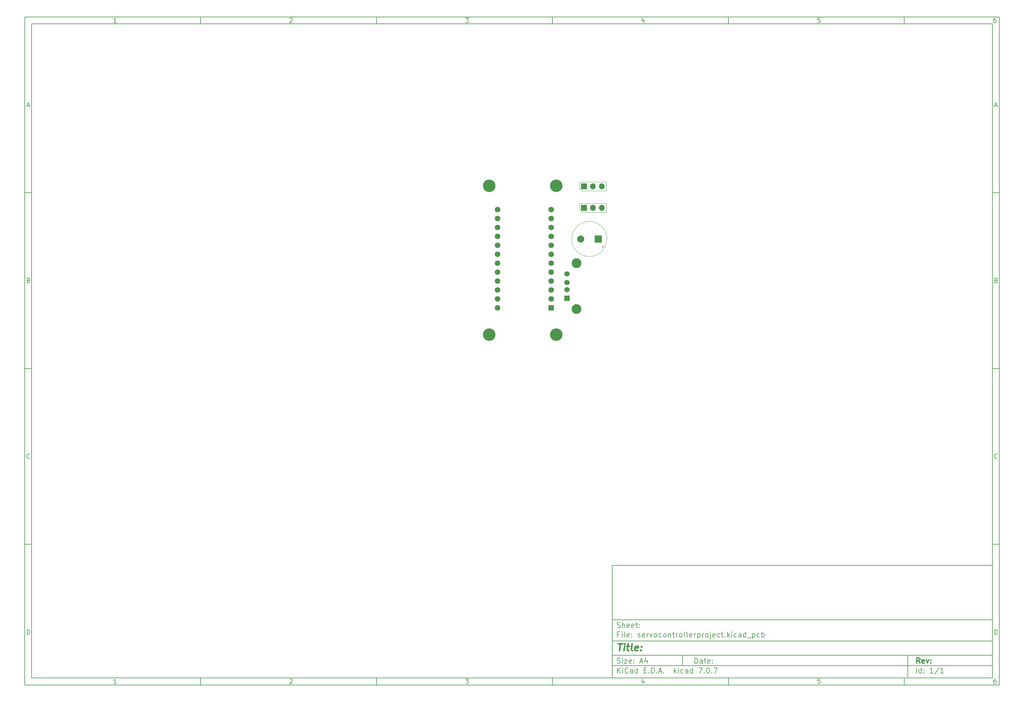
<source format=gbr>
%TF.GenerationSoftware,KiCad,Pcbnew,7.0.7*%
%TF.CreationDate,2024-02-01T17:54:51-08:00*%
%TF.ProjectId,servocontrollerproject,73657276-6f63-46f6-9e74-726f6c6c6572,rev?*%
%TF.SameCoordinates,Original*%
%TF.FileFunction,Soldermask,Bot*%
%TF.FilePolarity,Negative*%
%FSLAX46Y46*%
G04 Gerber Fmt 4.6, Leading zero omitted, Abs format (unit mm)*
G04 Created by KiCad (PCBNEW 7.0.7) date 2024-02-01 17:54:51*
%MOMM*%
%LPD*%
G01*
G04 APERTURE LIST*
%ADD10C,0.100000*%
%ADD11C,0.150000*%
%ADD12C,0.300000*%
%ADD13C,0.400000*%
%ADD14C,3.560000*%
%ADD15R,1.700000X1.700000*%
%ADD16O,1.700000X1.700000*%
%ADD17R,2.000000X2.000000*%
%ADD18C,2.000000*%
%ADD19R,1.524000X1.524000*%
%ADD20C,1.524000*%
%ADD21C,2.800000*%
%ADD22R,1.600000X1.600000*%
%ADD23C,1.600000*%
G04 APERTURE END LIST*
D10*
D11*
X177002200Y-166007200D02*
X285002200Y-166007200D01*
X285002200Y-198007200D01*
X177002200Y-198007200D01*
X177002200Y-166007200D01*
D10*
D11*
X10000000Y-10000000D02*
X287002200Y-10000000D01*
X287002200Y-200007200D01*
X10000000Y-200007200D01*
X10000000Y-10000000D01*
D10*
D11*
X12000000Y-12000000D02*
X285002200Y-12000000D01*
X285002200Y-198007200D01*
X12000000Y-198007200D01*
X12000000Y-12000000D01*
D10*
D11*
X60000000Y-12000000D02*
X60000000Y-10000000D01*
D10*
D11*
X110000000Y-12000000D02*
X110000000Y-10000000D01*
D10*
D11*
X160000000Y-12000000D02*
X160000000Y-10000000D01*
D10*
D11*
X210000000Y-12000000D02*
X210000000Y-10000000D01*
D10*
D11*
X260000000Y-12000000D02*
X260000000Y-10000000D01*
D10*
D11*
X36089160Y-11593604D02*
X35346303Y-11593604D01*
X35717731Y-11593604D02*
X35717731Y-10293604D01*
X35717731Y-10293604D02*
X35593922Y-10479319D01*
X35593922Y-10479319D02*
X35470112Y-10603128D01*
X35470112Y-10603128D02*
X35346303Y-10665033D01*
D10*
D11*
X85346303Y-10417414D02*
X85408207Y-10355509D01*
X85408207Y-10355509D02*
X85532017Y-10293604D01*
X85532017Y-10293604D02*
X85841541Y-10293604D01*
X85841541Y-10293604D02*
X85965350Y-10355509D01*
X85965350Y-10355509D02*
X86027255Y-10417414D01*
X86027255Y-10417414D02*
X86089160Y-10541223D01*
X86089160Y-10541223D02*
X86089160Y-10665033D01*
X86089160Y-10665033D02*
X86027255Y-10850747D01*
X86027255Y-10850747D02*
X85284398Y-11593604D01*
X85284398Y-11593604D02*
X86089160Y-11593604D01*
D10*
D11*
X135284398Y-10293604D02*
X136089160Y-10293604D01*
X136089160Y-10293604D02*
X135655826Y-10788842D01*
X135655826Y-10788842D02*
X135841541Y-10788842D01*
X135841541Y-10788842D02*
X135965350Y-10850747D01*
X135965350Y-10850747D02*
X136027255Y-10912652D01*
X136027255Y-10912652D02*
X136089160Y-11036461D01*
X136089160Y-11036461D02*
X136089160Y-11345985D01*
X136089160Y-11345985D02*
X136027255Y-11469795D01*
X136027255Y-11469795D02*
X135965350Y-11531700D01*
X135965350Y-11531700D02*
X135841541Y-11593604D01*
X135841541Y-11593604D02*
X135470112Y-11593604D01*
X135470112Y-11593604D02*
X135346303Y-11531700D01*
X135346303Y-11531700D02*
X135284398Y-11469795D01*
D10*
D11*
X185965350Y-10726938D02*
X185965350Y-11593604D01*
X185655826Y-10231700D02*
X185346303Y-11160271D01*
X185346303Y-11160271D02*
X186151064Y-11160271D01*
D10*
D11*
X236027255Y-10293604D02*
X235408207Y-10293604D01*
X235408207Y-10293604D02*
X235346303Y-10912652D01*
X235346303Y-10912652D02*
X235408207Y-10850747D01*
X235408207Y-10850747D02*
X235532017Y-10788842D01*
X235532017Y-10788842D02*
X235841541Y-10788842D01*
X235841541Y-10788842D02*
X235965350Y-10850747D01*
X235965350Y-10850747D02*
X236027255Y-10912652D01*
X236027255Y-10912652D02*
X236089160Y-11036461D01*
X236089160Y-11036461D02*
X236089160Y-11345985D01*
X236089160Y-11345985D02*
X236027255Y-11469795D01*
X236027255Y-11469795D02*
X235965350Y-11531700D01*
X235965350Y-11531700D02*
X235841541Y-11593604D01*
X235841541Y-11593604D02*
X235532017Y-11593604D01*
X235532017Y-11593604D02*
X235408207Y-11531700D01*
X235408207Y-11531700D02*
X235346303Y-11469795D01*
D10*
D11*
X285965350Y-10293604D02*
X285717731Y-10293604D01*
X285717731Y-10293604D02*
X285593922Y-10355509D01*
X285593922Y-10355509D02*
X285532017Y-10417414D01*
X285532017Y-10417414D02*
X285408207Y-10603128D01*
X285408207Y-10603128D02*
X285346303Y-10850747D01*
X285346303Y-10850747D02*
X285346303Y-11345985D01*
X285346303Y-11345985D02*
X285408207Y-11469795D01*
X285408207Y-11469795D02*
X285470112Y-11531700D01*
X285470112Y-11531700D02*
X285593922Y-11593604D01*
X285593922Y-11593604D02*
X285841541Y-11593604D01*
X285841541Y-11593604D02*
X285965350Y-11531700D01*
X285965350Y-11531700D02*
X286027255Y-11469795D01*
X286027255Y-11469795D02*
X286089160Y-11345985D01*
X286089160Y-11345985D02*
X286089160Y-11036461D01*
X286089160Y-11036461D02*
X286027255Y-10912652D01*
X286027255Y-10912652D02*
X285965350Y-10850747D01*
X285965350Y-10850747D02*
X285841541Y-10788842D01*
X285841541Y-10788842D02*
X285593922Y-10788842D01*
X285593922Y-10788842D02*
X285470112Y-10850747D01*
X285470112Y-10850747D02*
X285408207Y-10912652D01*
X285408207Y-10912652D02*
X285346303Y-11036461D01*
D10*
D11*
X60000000Y-198007200D02*
X60000000Y-200007200D01*
D10*
D11*
X110000000Y-198007200D02*
X110000000Y-200007200D01*
D10*
D11*
X160000000Y-198007200D02*
X160000000Y-200007200D01*
D10*
D11*
X210000000Y-198007200D02*
X210000000Y-200007200D01*
D10*
D11*
X260000000Y-198007200D02*
X260000000Y-200007200D01*
D10*
D11*
X36089160Y-199600804D02*
X35346303Y-199600804D01*
X35717731Y-199600804D02*
X35717731Y-198300804D01*
X35717731Y-198300804D02*
X35593922Y-198486519D01*
X35593922Y-198486519D02*
X35470112Y-198610328D01*
X35470112Y-198610328D02*
X35346303Y-198672233D01*
D10*
D11*
X85346303Y-198424614D02*
X85408207Y-198362709D01*
X85408207Y-198362709D02*
X85532017Y-198300804D01*
X85532017Y-198300804D02*
X85841541Y-198300804D01*
X85841541Y-198300804D02*
X85965350Y-198362709D01*
X85965350Y-198362709D02*
X86027255Y-198424614D01*
X86027255Y-198424614D02*
X86089160Y-198548423D01*
X86089160Y-198548423D02*
X86089160Y-198672233D01*
X86089160Y-198672233D02*
X86027255Y-198857947D01*
X86027255Y-198857947D02*
X85284398Y-199600804D01*
X85284398Y-199600804D02*
X86089160Y-199600804D01*
D10*
D11*
X135284398Y-198300804D02*
X136089160Y-198300804D01*
X136089160Y-198300804D02*
X135655826Y-198796042D01*
X135655826Y-198796042D02*
X135841541Y-198796042D01*
X135841541Y-198796042D02*
X135965350Y-198857947D01*
X135965350Y-198857947D02*
X136027255Y-198919852D01*
X136027255Y-198919852D02*
X136089160Y-199043661D01*
X136089160Y-199043661D02*
X136089160Y-199353185D01*
X136089160Y-199353185D02*
X136027255Y-199476995D01*
X136027255Y-199476995D02*
X135965350Y-199538900D01*
X135965350Y-199538900D02*
X135841541Y-199600804D01*
X135841541Y-199600804D02*
X135470112Y-199600804D01*
X135470112Y-199600804D02*
X135346303Y-199538900D01*
X135346303Y-199538900D02*
X135284398Y-199476995D01*
D10*
D11*
X185965350Y-198734138D02*
X185965350Y-199600804D01*
X185655826Y-198238900D02*
X185346303Y-199167471D01*
X185346303Y-199167471D02*
X186151064Y-199167471D01*
D10*
D11*
X236027255Y-198300804D02*
X235408207Y-198300804D01*
X235408207Y-198300804D02*
X235346303Y-198919852D01*
X235346303Y-198919852D02*
X235408207Y-198857947D01*
X235408207Y-198857947D02*
X235532017Y-198796042D01*
X235532017Y-198796042D02*
X235841541Y-198796042D01*
X235841541Y-198796042D02*
X235965350Y-198857947D01*
X235965350Y-198857947D02*
X236027255Y-198919852D01*
X236027255Y-198919852D02*
X236089160Y-199043661D01*
X236089160Y-199043661D02*
X236089160Y-199353185D01*
X236089160Y-199353185D02*
X236027255Y-199476995D01*
X236027255Y-199476995D02*
X235965350Y-199538900D01*
X235965350Y-199538900D02*
X235841541Y-199600804D01*
X235841541Y-199600804D02*
X235532017Y-199600804D01*
X235532017Y-199600804D02*
X235408207Y-199538900D01*
X235408207Y-199538900D02*
X235346303Y-199476995D01*
D10*
D11*
X285965350Y-198300804D02*
X285717731Y-198300804D01*
X285717731Y-198300804D02*
X285593922Y-198362709D01*
X285593922Y-198362709D02*
X285532017Y-198424614D01*
X285532017Y-198424614D02*
X285408207Y-198610328D01*
X285408207Y-198610328D02*
X285346303Y-198857947D01*
X285346303Y-198857947D02*
X285346303Y-199353185D01*
X285346303Y-199353185D02*
X285408207Y-199476995D01*
X285408207Y-199476995D02*
X285470112Y-199538900D01*
X285470112Y-199538900D02*
X285593922Y-199600804D01*
X285593922Y-199600804D02*
X285841541Y-199600804D01*
X285841541Y-199600804D02*
X285965350Y-199538900D01*
X285965350Y-199538900D02*
X286027255Y-199476995D01*
X286027255Y-199476995D02*
X286089160Y-199353185D01*
X286089160Y-199353185D02*
X286089160Y-199043661D01*
X286089160Y-199043661D02*
X286027255Y-198919852D01*
X286027255Y-198919852D02*
X285965350Y-198857947D01*
X285965350Y-198857947D02*
X285841541Y-198796042D01*
X285841541Y-198796042D02*
X285593922Y-198796042D01*
X285593922Y-198796042D02*
X285470112Y-198857947D01*
X285470112Y-198857947D02*
X285408207Y-198919852D01*
X285408207Y-198919852D02*
X285346303Y-199043661D01*
D10*
D11*
X10000000Y-60000000D02*
X12000000Y-60000000D01*
D10*
D11*
X10000000Y-110000000D02*
X12000000Y-110000000D01*
D10*
D11*
X10000000Y-160000000D02*
X12000000Y-160000000D01*
D10*
D11*
X10690476Y-35222176D02*
X11309523Y-35222176D01*
X10566666Y-35593604D02*
X10999999Y-34293604D01*
X10999999Y-34293604D02*
X11433333Y-35593604D01*
D10*
D11*
X11092857Y-84912652D02*
X11278571Y-84974557D01*
X11278571Y-84974557D02*
X11340476Y-85036461D01*
X11340476Y-85036461D02*
X11402380Y-85160271D01*
X11402380Y-85160271D02*
X11402380Y-85345985D01*
X11402380Y-85345985D02*
X11340476Y-85469795D01*
X11340476Y-85469795D02*
X11278571Y-85531700D01*
X11278571Y-85531700D02*
X11154761Y-85593604D01*
X11154761Y-85593604D02*
X10659523Y-85593604D01*
X10659523Y-85593604D02*
X10659523Y-84293604D01*
X10659523Y-84293604D02*
X11092857Y-84293604D01*
X11092857Y-84293604D02*
X11216666Y-84355509D01*
X11216666Y-84355509D02*
X11278571Y-84417414D01*
X11278571Y-84417414D02*
X11340476Y-84541223D01*
X11340476Y-84541223D02*
X11340476Y-84665033D01*
X11340476Y-84665033D02*
X11278571Y-84788842D01*
X11278571Y-84788842D02*
X11216666Y-84850747D01*
X11216666Y-84850747D02*
X11092857Y-84912652D01*
X11092857Y-84912652D02*
X10659523Y-84912652D01*
D10*
D11*
X11402380Y-135469795D02*
X11340476Y-135531700D01*
X11340476Y-135531700D02*
X11154761Y-135593604D01*
X11154761Y-135593604D02*
X11030952Y-135593604D01*
X11030952Y-135593604D02*
X10845238Y-135531700D01*
X10845238Y-135531700D02*
X10721428Y-135407890D01*
X10721428Y-135407890D02*
X10659523Y-135284080D01*
X10659523Y-135284080D02*
X10597619Y-135036461D01*
X10597619Y-135036461D02*
X10597619Y-134850747D01*
X10597619Y-134850747D02*
X10659523Y-134603128D01*
X10659523Y-134603128D02*
X10721428Y-134479319D01*
X10721428Y-134479319D02*
X10845238Y-134355509D01*
X10845238Y-134355509D02*
X11030952Y-134293604D01*
X11030952Y-134293604D02*
X11154761Y-134293604D01*
X11154761Y-134293604D02*
X11340476Y-134355509D01*
X11340476Y-134355509D02*
X11402380Y-134417414D01*
D10*
D11*
X10659523Y-185593604D02*
X10659523Y-184293604D01*
X10659523Y-184293604D02*
X10969047Y-184293604D01*
X10969047Y-184293604D02*
X11154761Y-184355509D01*
X11154761Y-184355509D02*
X11278571Y-184479319D01*
X11278571Y-184479319D02*
X11340476Y-184603128D01*
X11340476Y-184603128D02*
X11402380Y-184850747D01*
X11402380Y-184850747D02*
X11402380Y-185036461D01*
X11402380Y-185036461D02*
X11340476Y-185284080D01*
X11340476Y-185284080D02*
X11278571Y-185407890D01*
X11278571Y-185407890D02*
X11154761Y-185531700D01*
X11154761Y-185531700D02*
X10969047Y-185593604D01*
X10969047Y-185593604D02*
X10659523Y-185593604D01*
D10*
D11*
X287002200Y-60000000D02*
X285002200Y-60000000D01*
D10*
D11*
X287002200Y-110000000D02*
X285002200Y-110000000D01*
D10*
D11*
X287002200Y-160000000D02*
X285002200Y-160000000D01*
D10*
D11*
X285692676Y-35222176D02*
X286311723Y-35222176D01*
X285568866Y-35593604D02*
X286002199Y-34293604D01*
X286002199Y-34293604D02*
X286435533Y-35593604D01*
D10*
D11*
X286095057Y-84912652D02*
X286280771Y-84974557D01*
X286280771Y-84974557D02*
X286342676Y-85036461D01*
X286342676Y-85036461D02*
X286404580Y-85160271D01*
X286404580Y-85160271D02*
X286404580Y-85345985D01*
X286404580Y-85345985D02*
X286342676Y-85469795D01*
X286342676Y-85469795D02*
X286280771Y-85531700D01*
X286280771Y-85531700D02*
X286156961Y-85593604D01*
X286156961Y-85593604D02*
X285661723Y-85593604D01*
X285661723Y-85593604D02*
X285661723Y-84293604D01*
X285661723Y-84293604D02*
X286095057Y-84293604D01*
X286095057Y-84293604D02*
X286218866Y-84355509D01*
X286218866Y-84355509D02*
X286280771Y-84417414D01*
X286280771Y-84417414D02*
X286342676Y-84541223D01*
X286342676Y-84541223D02*
X286342676Y-84665033D01*
X286342676Y-84665033D02*
X286280771Y-84788842D01*
X286280771Y-84788842D02*
X286218866Y-84850747D01*
X286218866Y-84850747D02*
X286095057Y-84912652D01*
X286095057Y-84912652D02*
X285661723Y-84912652D01*
D10*
D11*
X286404580Y-135469795D02*
X286342676Y-135531700D01*
X286342676Y-135531700D02*
X286156961Y-135593604D01*
X286156961Y-135593604D02*
X286033152Y-135593604D01*
X286033152Y-135593604D02*
X285847438Y-135531700D01*
X285847438Y-135531700D02*
X285723628Y-135407890D01*
X285723628Y-135407890D02*
X285661723Y-135284080D01*
X285661723Y-135284080D02*
X285599819Y-135036461D01*
X285599819Y-135036461D02*
X285599819Y-134850747D01*
X285599819Y-134850747D02*
X285661723Y-134603128D01*
X285661723Y-134603128D02*
X285723628Y-134479319D01*
X285723628Y-134479319D02*
X285847438Y-134355509D01*
X285847438Y-134355509D02*
X286033152Y-134293604D01*
X286033152Y-134293604D02*
X286156961Y-134293604D01*
X286156961Y-134293604D02*
X286342676Y-134355509D01*
X286342676Y-134355509D02*
X286404580Y-134417414D01*
D10*
D11*
X285661723Y-185593604D02*
X285661723Y-184293604D01*
X285661723Y-184293604D02*
X285971247Y-184293604D01*
X285971247Y-184293604D02*
X286156961Y-184355509D01*
X286156961Y-184355509D02*
X286280771Y-184479319D01*
X286280771Y-184479319D02*
X286342676Y-184603128D01*
X286342676Y-184603128D02*
X286404580Y-184850747D01*
X286404580Y-184850747D02*
X286404580Y-185036461D01*
X286404580Y-185036461D02*
X286342676Y-185284080D01*
X286342676Y-185284080D02*
X286280771Y-185407890D01*
X286280771Y-185407890D02*
X286156961Y-185531700D01*
X286156961Y-185531700D02*
X285971247Y-185593604D01*
X285971247Y-185593604D02*
X285661723Y-185593604D01*
D10*
D11*
X200458026Y-193793328D02*
X200458026Y-192293328D01*
X200458026Y-192293328D02*
X200815169Y-192293328D01*
X200815169Y-192293328D02*
X201029455Y-192364757D01*
X201029455Y-192364757D02*
X201172312Y-192507614D01*
X201172312Y-192507614D02*
X201243741Y-192650471D01*
X201243741Y-192650471D02*
X201315169Y-192936185D01*
X201315169Y-192936185D02*
X201315169Y-193150471D01*
X201315169Y-193150471D02*
X201243741Y-193436185D01*
X201243741Y-193436185D02*
X201172312Y-193579042D01*
X201172312Y-193579042D02*
X201029455Y-193721900D01*
X201029455Y-193721900D02*
X200815169Y-193793328D01*
X200815169Y-193793328D02*
X200458026Y-193793328D01*
X202600884Y-193793328D02*
X202600884Y-193007614D01*
X202600884Y-193007614D02*
X202529455Y-192864757D01*
X202529455Y-192864757D02*
X202386598Y-192793328D01*
X202386598Y-192793328D02*
X202100884Y-192793328D01*
X202100884Y-192793328D02*
X201958026Y-192864757D01*
X202600884Y-193721900D02*
X202458026Y-193793328D01*
X202458026Y-193793328D02*
X202100884Y-193793328D01*
X202100884Y-193793328D02*
X201958026Y-193721900D01*
X201958026Y-193721900D02*
X201886598Y-193579042D01*
X201886598Y-193579042D02*
X201886598Y-193436185D01*
X201886598Y-193436185D02*
X201958026Y-193293328D01*
X201958026Y-193293328D02*
X202100884Y-193221900D01*
X202100884Y-193221900D02*
X202458026Y-193221900D01*
X202458026Y-193221900D02*
X202600884Y-193150471D01*
X203100884Y-192793328D02*
X203672312Y-192793328D01*
X203315169Y-192293328D02*
X203315169Y-193579042D01*
X203315169Y-193579042D02*
X203386598Y-193721900D01*
X203386598Y-193721900D02*
X203529455Y-193793328D01*
X203529455Y-193793328D02*
X203672312Y-193793328D01*
X204743741Y-193721900D02*
X204600884Y-193793328D01*
X204600884Y-193793328D02*
X204315170Y-193793328D01*
X204315170Y-193793328D02*
X204172312Y-193721900D01*
X204172312Y-193721900D02*
X204100884Y-193579042D01*
X204100884Y-193579042D02*
X204100884Y-193007614D01*
X204100884Y-193007614D02*
X204172312Y-192864757D01*
X204172312Y-192864757D02*
X204315170Y-192793328D01*
X204315170Y-192793328D02*
X204600884Y-192793328D01*
X204600884Y-192793328D02*
X204743741Y-192864757D01*
X204743741Y-192864757D02*
X204815170Y-193007614D01*
X204815170Y-193007614D02*
X204815170Y-193150471D01*
X204815170Y-193150471D02*
X204100884Y-193293328D01*
X205458026Y-193650471D02*
X205529455Y-193721900D01*
X205529455Y-193721900D02*
X205458026Y-193793328D01*
X205458026Y-193793328D02*
X205386598Y-193721900D01*
X205386598Y-193721900D02*
X205458026Y-193650471D01*
X205458026Y-193650471D02*
X205458026Y-193793328D01*
X205458026Y-192864757D02*
X205529455Y-192936185D01*
X205529455Y-192936185D02*
X205458026Y-193007614D01*
X205458026Y-193007614D02*
X205386598Y-192936185D01*
X205386598Y-192936185D02*
X205458026Y-192864757D01*
X205458026Y-192864757D02*
X205458026Y-193007614D01*
D10*
D11*
X177002200Y-194507200D02*
X285002200Y-194507200D01*
D10*
D11*
X178458026Y-196593328D02*
X178458026Y-195093328D01*
X179315169Y-196593328D02*
X178672312Y-195736185D01*
X179315169Y-195093328D02*
X178458026Y-195950471D01*
X179958026Y-196593328D02*
X179958026Y-195593328D01*
X179958026Y-195093328D02*
X179886598Y-195164757D01*
X179886598Y-195164757D02*
X179958026Y-195236185D01*
X179958026Y-195236185D02*
X180029455Y-195164757D01*
X180029455Y-195164757D02*
X179958026Y-195093328D01*
X179958026Y-195093328D02*
X179958026Y-195236185D01*
X181529455Y-196450471D02*
X181458027Y-196521900D01*
X181458027Y-196521900D02*
X181243741Y-196593328D01*
X181243741Y-196593328D02*
X181100884Y-196593328D01*
X181100884Y-196593328D02*
X180886598Y-196521900D01*
X180886598Y-196521900D02*
X180743741Y-196379042D01*
X180743741Y-196379042D02*
X180672312Y-196236185D01*
X180672312Y-196236185D02*
X180600884Y-195950471D01*
X180600884Y-195950471D02*
X180600884Y-195736185D01*
X180600884Y-195736185D02*
X180672312Y-195450471D01*
X180672312Y-195450471D02*
X180743741Y-195307614D01*
X180743741Y-195307614D02*
X180886598Y-195164757D01*
X180886598Y-195164757D02*
X181100884Y-195093328D01*
X181100884Y-195093328D02*
X181243741Y-195093328D01*
X181243741Y-195093328D02*
X181458027Y-195164757D01*
X181458027Y-195164757D02*
X181529455Y-195236185D01*
X182815170Y-196593328D02*
X182815170Y-195807614D01*
X182815170Y-195807614D02*
X182743741Y-195664757D01*
X182743741Y-195664757D02*
X182600884Y-195593328D01*
X182600884Y-195593328D02*
X182315170Y-195593328D01*
X182315170Y-195593328D02*
X182172312Y-195664757D01*
X182815170Y-196521900D02*
X182672312Y-196593328D01*
X182672312Y-196593328D02*
X182315170Y-196593328D01*
X182315170Y-196593328D02*
X182172312Y-196521900D01*
X182172312Y-196521900D02*
X182100884Y-196379042D01*
X182100884Y-196379042D02*
X182100884Y-196236185D01*
X182100884Y-196236185D02*
X182172312Y-196093328D01*
X182172312Y-196093328D02*
X182315170Y-196021900D01*
X182315170Y-196021900D02*
X182672312Y-196021900D01*
X182672312Y-196021900D02*
X182815170Y-195950471D01*
X184172313Y-196593328D02*
X184172313Y-195093328D01*
X184172313Y-196521900D02*
X184029455Y-196593328D01*
X184029455Y-196593328D02*
X183743741Y-196593328D01*
X183743741Y-196593328D02*
X183600884Y-196521900D01*
X183600884Y-196521900D02*
X183529455Y-196450471D01*
X183529455Y-196450471D02*
X183458027Y-196307614D01*
X183458027Y-196307614D02*
X183458027Y-195879042D01*
X183458027Y-195879042D02*
X183529455Y-195736185D01*
X183529455Y-195736185D02*
X183600884Y-195664757D01*
X183600884Y-195664757D02*
X183743741Y-195593328D01*
X183743741Y-195593328D02*
X184029455Y-195593328D01*
X184029455Y-195593328D02*
X184172313Y-195664757D01*
X186029455Y-195807614D02*
X186529455Y-195807614D01*
X186743741Y-196593328D02*
X186029455Y-196593328D01*
X186029455Y-196593328D02*
X186029455Y-195093328D01*
X186029455Y-195093328D02*
X186743741Y-195093328D01*
X187386598Y-196450471D02*
X187458027Y-196521900D01*
X187458027Y-196521900D02*
X187386598Y-196593328D01*
X187386598Y-196593328D02*
X187315170Y-196521900D01*
X187315170Y-196521900D02*
X187386598Y-196450471D01*
X187386598Y-196450471D02*
X187386598Y-196593328D01*
X188100884Y-196593328D02*
X188100884Y-195093328D01*
X188100884Y-195093328D02*
X188458027Y-195093328D01*
X188458027Y-195093328D02*
X188672313Y-195164757D01*
X188672313Y-195164757D02*
X188815170Y-195307614D01*
X188815170Y-195307614D02*
X188886599Y-195450471D01*
X188886599Y-195450471D02*
X188958027Y-195736185D01*
X188958027Y-195736185D02*
X188958027Y-195950471D01*
X188958027Y-195950471D02*
X188886599Y-196236185D01*
X188886599Y-196236185D02*
X188815170Y-196379042D01*
X188815170Y-196379042D02*
X188672313Y-196521900D01*
X188672313Y-196521900D02*
X188458027Y-196593328D01*
X188458027Y-196593328D02*
X188100884Y-196593328D01*
X189600884Y-196450471D02*
X189672313Y-196521900D01*
X189672313Y-196521900D02*
X189600884Y-196593328D01*
X189600884Y-196593328D02*
X189529456Y-196521900D01*
X189529456Y-196521900D02*
X189600884Y-196450471D01*
X189600884Y-196450471D02*
X189600884Y-196593328D01*
X190243742Y-196164757D02*
X190958028Y-196164757D01*
X190100885Y-196593328D02*
X190600885Y-195093328D01*
X190600885Y-195093328D02*
X191100885Y-196593328D01*
X191600884Y-196450471D02*
X191672313Y-196521900D01*
X191672313Y-196521900D02*
X191600884Y-196593328D01*
X191600884Y-196593328D02*
X191529456Y-196521900D01*
X191529456Y-196521900D02*
X191600884Y-196450471D01*
X191600884Y-196450471D02*
X191600884Y-196593328D01*
X194600884Y-196593328D02*
X194600884Y-195093328D01*
X194743742Y-196021900D02*
X195172313Y-196593328D01*
X195172313Y-195593328D02*
X194600884Y-196164757D01*
X195815170Y-196593328D02*
X195815170Y-195593328D01*
X195815170Y-195093328D02*
X195743742Y-195164757D01*
X195743742Y-195164757D02*
X195815170Y-195236185D01*
X195815170Y-195236185D02*
X195886599Y-195164757D01*
X195886599Y-195164757D02*
X195815170Y-195093328D01*
X195815170Y-195093328D02*
X195815170Y-195236185D01*
X197172314Y-196521900D02*
X197029456Y-196593328D01*
X197029456Y-196593328D02*
X196743742Y-196593328D01*
X196743742Y-196593328D02*
X196600885Y-196521900D01*
X196600885Y-196521900D02*
X196529456Y-196450471D01*
X196529456Y-196450471D02*
X196458028Y-196307614D01*
X196458028Y-196307614D02*
X196458028Y-195879042D01*
X196458028Y-195879042D02*
X196529456Y-195736185D01*
X196529456Y-195736185D02*
X196600885Y-195664757D01*
X196600885Y-195664757D02*
X196743742Y-195593328D01*
X196743742Y-195593328D02*
X197029456Y-195593328D01*
X197029456Y-195593328D02*
X197172314Y-195664757D01*
X198458028Y-196593328D02*
X198458028Y-195807614D01*
X198458028Y-195807614D02*
X198386599Y-195664757D01*
X198386599Y-195664757D02*
X198243742Y-195593328D01*
X198243742Y-195593328D02*
X197958028Y-195593328D01*
X197958028Y-195593328D02*
X197815170Y-195664757D01*
X198458028Y-196521900D02*
X198315170Y-196593328D01*
X198315170Y-196593328D02*
X197958028Y-196593328D01*
X197958028Y-196593328D02*
X197815170Y-196521900D01*
X197815170Y-196521900D02*
X197743742Y-196379042D01*
X197743742Y-196379042D02*
X197743742Y-196236185D01*
X197743742Y-196236185D02*
X197815170Y-196093328D01*
X197815170Y-196093328D02*
X197958028Y-196021900D01*
X197958028Y-196021900D02*
X198315170Y-196021900D01*
X198315170Y-196021900D02*
X198458028Y-195950471D01*
X199815171Y-196593328D02*
X199815171Y-195093328D01*
X199815171Y-196521900D02*
X199672313Y-196593328D01*
X199672313Y-196593328D02*
X199386599Y-196593328D01*
X199386599Y-196593328D02*
X199243742Y-196521900D01*
X199243742Y-196521900D02*
X199172313Y-196450471D01*
X199172313Y-196450471D02*
X199100885Y-196307614D01*
X199100885Y-196307614D02*
X199100885Y-195879042D01*
X199100885Y-195879042D02*
X199172313Y-195736185D01*
X199172313Y-195736185D02*
X199243742Y-195664757D01*
X199243742Y-195664757D02*
X199386599Y-195593328D01*
X199386599Y-195593328D02*
X199672313Y-195593328D01*
X199672313Y-195593328D02*
X199815171Y-195664757D01*
X201529456Y-195093328D02*
X202529456Y-195093328D01*
X202529456Y-195093328D02*
X201886599Y-196593328D01*
X203100884Y-196450471D02*
X203172313Y-196521900D01*
X203172313Y-196521900D02*
X203100884Y-196593328D01*
X203100884Y-196593328D02*
X203029456Y-196521900D01*
X203029456Y-196521900D02*
X203100884Y-196450471D01*
X203100884Y-196450471D02*
X203100884Y-196593328D01*
X204100885Y-195093328D02*
X204243742Y-195093328D01*
X204243742Y-195093328D02*
X204386599Y-195164757D01*
X204386599Y-195164757D02*
X204458028Y-195236185D01*
X204458028Y-195236185D02*
X204529456Y-195379042D01*
X204529456Y-195379042D02*
X204600885Y-195664757D01*
X204600885Y-195664757D02*
X204600885Y-196021900D01*
X204600885Y-196021900D02*
X204529456Y-196307614D01*
X204529456Y-196307614D02*
X204458028Y-196450471D01*
X204458028Y-196450471D02*
X204386599Y-196521900D01*
X204386599Y-196521900D02*
X204243742Y-196593328D01*
X204243742Y-196593328D02*
X204100885Y-196593328D01*
X204100885Y-196593328D02*
X203958028Y-196521900D01*
X203958028Y-196521900D02*
X203886599Y-196450471D01*
X203886599Y-196450471D02*
X203815170Y-196307614D01*
X203815170Y-196307614D02*
X203743742Y-196021900D01*
X203743742Y-196021900D02*
X203743742Y-195664757D01*
X203743742Y-195664757D02*
X203815170Y-195379042D01*
X203815170Y-195379042D02*
X203886599Y-195236185D01*
X203886599Y-195236185D02*
X203958028Y-195164757D01*
X203958028Y-195164757D02*
X204100885Y-195093328D01*
X205243741Y-196450471D02*
X205315170Y-196521900D01*
X205315170Y-196521900D02*
X205243741Y-196593328D01*
X205243741Y-196593328D02*
X205172313Y-196521900D01*
X205172313Y-196521900D02*
X205243741Y-196450471D01*
X205243741Y-196450471D02*
X205243741Y-196593328D01*
X205815170Y-195093328D02*
X206815170Y-195093328D01*
X206815170Y-195093328D02*
X206172313Y-196593328D01*
D10*
D11*
X177002200Y-191507200D02*
X285002200Y-191507200D01*
D10*
D12*
X264413853Y-193785528D02*
X263913853Y-193071242D01*
X263556710Y-193785528D02*
X263556710Y-192285528D01*
X263556710Y-192285528D02*
X264128139Y-192285528D01*
X264128139Y-192285528D02*
X264270996Y-192356957D01*
X264270996Y-192356957D02*
X264342425Y-192428385D01*
X264342425Y-192428385D02*
X264413853Y-192571242D01*
X264413853Y-192571242D02*
X264413853Y-192785528D01*
X264413853Y-192785528D02*
X264342425Y-192928385D01*
X264342425Y-192928385D02*
X264270996Y-192999814D01*
X264270996Y-192999814D02*
X264128139Y-193071242D01*
X264128139Y-193071242D02*
X263556710Y-193071242D01*
X265628139Y-193714100D02*
X265485282Y-193785528D01*
X265485282Y-193785528D02*
X265199568Y-193785528D01*
X265199568Y-193785528D02*
X265056710Y-193714100D01*
X265056710Y-193714100D02*
X264985282Y-193571242D01*
X264985282Y-193571242D02*
X264985282Y-192999814D01*
X264985282Y-192999814D02*
X265056710Y-192856957D01*
X265056710Y-192856957D02*
X265199568Y-192785528D01*
X265199568Y-192785528D02*
X265485282Y-192785528D01*
X265485282Y-192785528D02*
X265628139Y-192856957D01*
X265628139Y-192856957D02*
X265699568Y-192999814D01*
X265699568Y-192999814D02*
X265699568Y-193142671D01*
X265699568Y-193142671D02*
X264985282Y-193285528D01*
X266199567Y-192785528D02*
X266556710Y-193785528D01*
X266556710Y-193785528D02*
X266913853Y-192785528D01*
X267485281Y-193642671D02*
X267556710Y-193714100D01*
X267556710Y-193714100D02*
X267485281Y-193785528D01*
X267485281Y-193785528D02*
X267413853Y-193714100D01*
X267413853Y-193714100D02*
X267485281Y-193642671D01*
X267485281Y-193642671D02*
X267485281Y-193785528D01*
X267485281Y-192856957D02*
X267556710Y-192928385D01*
X267556710Y-192928385D02*
X267485281Y-192999814D01*
X267485281Y-192999814D02*
X267413853Y-192928385D01*
X267413853Y-192928385D02*
X267485281Y-192856957D01*
X267485281Y-192856957D02*
X267485281Y-192999814D01*
D10*
D11*
X178386598Y-193721900D02*
X178600884Y-193793328D01*
X178600884Y-193793328D02*
X178958026Y-193793328D01*
X178958026Y-193793328D02*
X179100884Y-193721900D01*
X179100884Y-193721900D02*
X179172312Y-193650471D01*
X179172312Y-193650471D02*
X179243741Y-193507614D01*
X179243741Y-193507614D02*
X179243741Y-193364757D01*
X179243741Y-193364757D02*
X179172312Y-193221900D01*
X179172312Y-193221900D02*
X179100884Y-193150471D01*
X179100884Y-193150471D02*
X178958026Y-193079042D01*
X178958026Y-193079042D02*
X178672312Y-193007614D01*
X178672312Y-193007614D02*
X178529455Y-192936185D01*
X178529455Y-192936185D02*
X178458026Y-192864757D01*
X178458026Y-192864757D02*
X178386598Y-192721900D01*
X178386598Y-192721900D02*
X178386598Y-192579042D01*
X178386598Y-192579042D02*
X178458026Y-192436185D01*
X178458026Y-192436185D02*
X178529455Y-192364757D01*
X178529455Y-192364757D02*
X178672312Y-192293328D01*
X178672312Y-192293328D02*
X179029455Y-192293328D01*
X179029455Y-192293328D02*
X179243741Y-192364757D01*
X179886597Y-193793328D02*
X179886597Y-192793328D01*
X179886597Y-192293328D02*
X179815169Y-192364757D01*
X179815169Y-192364757D02*
X179886597Y-192436185D01*
X179886597Y-192436185D02*
X179958026Y-192364757D01*
X179958026Y-192364757D02*
X179886597Y-192293328D01*
X179886597Y-192293328D02*
X179886597Y-192436185D01*
X180458026Y-192793328D02*
X181243741Y-192793328D01*
X181243741Y-192793328D02*
X180458026Y-193793328D01*
X180458026Y-193793328D02*
X181243741Y-193793328D01*
X182386598Y-193721900D02*
X182243741Y-193793328D01*
X182243741Y-193793328D02*
X181958027Y-193793328D01*
X181958027Y-193793328D02*
X181815169Y-193721900D01*
X181815169Y-193721900D02*
X181743741Y-193579042D01*
X181743741Y-193579042D02*
X181743741Y-193007614D01*
X181743741Y-193007614D02*
X181815169Y-192864757D01*
X181815169Y-192864757D02*
X181958027Y-192793328D01*
X181958027Y-192793328D02*
X182243741Y-192793328D01*
X182243741Y-192793328D02*
X182386598Y-192864757D01*
X182386598Y-192864757D02*
X182458027Y-193007614D01*
X182458027Y-193007614D02*
X182458027Y-193150471D01*
X182458027Y-193150471D02*
X181743741Y-193293328D01*
X183100883Y-193650471D02*
X183172312Y-193721900D01*
X183172312Y-193721900D02*
X183100883Y-193793328D01*
X183100883Y-193793328D02*
X183029455Y-193721900D01*
X183029455Y-193721900D02*
X183100883Y-193650471D01*
X183100883Y-193650471D02*
X183100883Y-193793328D01*
X183100883Y-192864757D02*
X183172312Y-192936185D01*
X183172312Y-192936185D02*
X183100883Y-193007614D01*
X183100883Y-193007614D02*
X183029455Y-192936185D01*
X183029455Y-192936185D02*
X183100883Y-192864757D01*
X183100883Y-192864757D02*
X183100883Y-193007614D01*
X184886598Y-193364757D02*
X185600884Y-193364757D01*
X184743741Y-193793328D02*
X185243741Y-192293328D01*
X185243741Y-192293328D02*
X185743741Y-193793328D01*
X186886598Y-192793328D02*
X186886598Y-193793328D01*
X186529455Y-192221900D02*
X186172312Y-193293328D01*
X186172312Y-193293328D02*
X187100883Y-193293328D01*
D10*
D11*
X263458026Y-196593328D02*
X263458026Y-195093328D01*
X264815170Y-196593328D02*
X264815170Y-195093328D01*
X264815170Y-196521900D02*
X264672312Y-196593328D01*
X264672312Y-196593328D02*
X264386598Y-196593328D01*
X264386598Y-196593328D02*
X264243741Y-196521900D01*
X264243741Y-196521900D02*
X264172312Y-196450471D01*
X264172312Y-196450471D02*
X264100884Y-196307614D01*
X264100884Y-196307614D02*
X264100884Y-195879042D01*
X264100884Y-195879042D02*
X264172312Y-195736185D01*
X264172312Y-195736185D02*
X264243741Y-195664757D01*
X264243741Y-195664757D02*
X264386598Y-195593328D01*
X264386598Y-195593328D02*
X264672312Y-195593328D01*
X264672312Y-195593328D02*
X264815170Y-195664757D01*
X265529455Y-196450471D02*
X265600884Y-196521900D01*
X265600884Y-196521900D02*
X265529455Y-196593328D01*
X265529455Y-196593328D02*
X265458027Y-196521900D01*
X265458027Y-196521900D02*
X265529455Y-196450471D01*
X265529455Y-196450471D02*
X265529455Y-196593328D01*
X265529455Y-195664757D02*
X265600884Y-195736185D01*
X265600884Y-195736185D02*
X265529455Y-195807614D01*
X265529455Y-195807614D02*
X265458027Y-195736185D01*
X265458027Y-195736185D02*
X265529455Y-195664757D01*
X265529455Y-195664757D02*
X265529455Y-195807614D01*
X268172313Y-196593328D02*
X267315170Y-196593328D01*
X267743741Y-196593328D02*
X267743741Y-195093328D01*
X267743741Y-195093328D02*
X267600884Y-195307614D01*
X267600884Y-195307614D02*
X267458027Y-195450471D01*
X267458027Y-195450471D02*
X267315170Y-195521900D01*
X269886598Y-195021900D02*
X268600884Y-196950471D01*
X271172313Y-196593328D02*
X270315170Y-196593328D01*
X270743741Y-196593328D02*
X270743741Y-195093328D01*
X270743741Y-195093328D02*
X270600884Y-195307614D01*
X270600884Y-195307614D02*
X270458027Y-195450471D01*
X270458027Y-195450471D02*
X270315170Y-195521900D01*
D10*
D11*
X177002200Y-187507200D02*
X285002200Y-187507200D01*
D10*
D13*
X178693928Y-188211638D02*
X179836785Y-188211638D01*
X179015357Y-190211638D02*
X179265357Y-188211638D01*
X180253452Y-190211638D02*
X180420119Y-188878304D01*
X180503452Y-188211638D02*
X180396309Y-188306876D01*
X180396309Y-188306876D02*
X180479643Y-188402114D01*
X180479643Y-188402114D02*
X180586786Y-188306876D01*
X180586786Y-188306876D02*
X180503452Y-188211638D01*
X180503452Y-188211638D02*
X180479643Y-188402114D01*
X181086786Y-188878304D02*
X181848690Y-188878304D01*
X181455833Y-188211638D02*
X181241548Y-189925923D01*
X181241548Y-189925923D02*
X181312976Y-190116400D01*
X181312976Y-190116400D02*
X181491548Y-190211638D01*
X181491548Y-190211638D02*
X181682024Y-190211638D01*
X182634405Y-190211638D02*
X182455833Y-190116400D01*
X182455833Y-190116400D02*
X182384405Y-189925923D01*
X182384405Y-189925923D02*
X182598690Y-188211638D01*
X184170119Y-190116400D02*
X183967738Y-190211638D01*
X183967738Y-190211638D02*
X183586785Y-190211638D01*
X183586785Y-190211638D02*
X183408214Y-190116400D01*
X183408214Y-190116400D02*
X183336785Y-189925923D01*
X183336785Y-189925923D02*
X183432024Y-189164019D01*
X183432024Y-189164019D02*
X183551071Y-188973542D01*
X183551071Y-188973542D02*
X183753452Y-188878304D01*
X183753452Y-188878304D02*
X184134404Y-188878304D01*
X184134404Y-188878304D02*
X184312976Y-188973542D01*
X184312976Y-188973542D02*
X184384404Y-189164019D01*
X184384404Y-189164019D02*
X184360595Y-189354495D01*
X184360595Y-189354495D02*
X183384404Y-189544971D01*
X185134405Y-190021161D02*
X185217738Y-190116400D01*
X185217738Y-190116400D02*
X185110595Y-190211638D01*
X185110595Y-190211638D02*
X185027262Y-190116400D01*
X185027262Y-190116400D02*
X185134405Y-190021161D01*
X185134405Y-190021161D02*
X185110595Y-190211638D01*
X185265357Y-188973542D02*
X185348690Y-189068780D01*
X185348690Y-189068780D02*
X185241548Y-189164019D01*
X185241548Y-189164019D02*
X185158214Y-189068780D01*
X185158214Y-189068780D02*
X185265357Y-188973542D01*
X185265357Y-188973542D02*
X185241548Y-189164019D01*
D10*
D11*
X178958026Y-185607614D02*
X178458026Y-185607614D01*
X178458026Y-186393328D02*
X178458026Y-184893328D01*
X178458026Y-184893328D02*
X179172312Y-184893328D01*
X179743740Y-186393328D02*
X179743740Y-185393328D01*
X179743740Y-184893328D02*
X179672312Y-184964757D01*
X179672312Y-184964757D02*
X179743740Y-185036185D01*
X179743740Y-185036185D02*
X179815169Y-184964757D01*
X179815169Y-184964757D02*
X179743740Y-184893328D01*
X179743740Y-184893328D02*
X179743740Y-185036185D01*
X180672312Y-186393328D02*
X180529455Y-186321900D01*
X180529455Y-186321900D02*
X180458026Y-186179042D01*
X180458026Y-186179042D02*
X180458026Y-184893328D01*
X181815169Y-186321900D02*
X181672312Y-186393328D01*
X181672312Y-186393328D02*
X181386598Y-186393328D01*
X181386598Y-186393328D02*
X181243740Y-186321900D01*
X181243740Y-186321900D02*
X181172312Y-186179042D01*
X181172312Y-186179042D02*
X181172312Y-185607614D01*
X181172312Y-185607614D02*
X181243740Y-185464757D01*
X181243740Y-185464757D02*
X181386598Y-185393328D01*
X181386598Y-185393328D02*
X181672312Y-185393328D01*
X181672312Y-185393328D02*
X181815169Y-185464757D01*
X181815169Y-185464757D02*
X181886598Y-185607614D01*
X181886598Y-185607614D02*
X181886598Y-185750471D01*
X181886598Y-185750471D02*
X181172312Y-185893328D01*
X182529454Y-186250471D02*
X182600883Y-186321900D01*
X182600883Y-186321900D02*
X182529454Y-186393328D01*
X182529454Y-186393328D02*
X182458026Y-186321900D01*
X182458026Y-186321900D02*
X182529454Y-186250471D01*
X182529454Y-186250471D02*
X182529454Y-186393328D01*
X182529454Y-185464757D02*
X182600883Y-185536185D01*
X182600883Y-185536185D02*
X182529454Y-185607614D01*
X182529454Y-185607614D02*
X182458026Y-185536185D01*
X182458026Y-185536185D02*
X182529454Y-185464757D01*
X182529454Y-185464757D02*
X182529454Y-185607614D01*
X184315169Y-186321900D02*
X184458026Y-186393328D01*
X184458026Y-186393328D02*
X184743740Y-186393328D01*
X184743740Y-186393328D02*
X184886597Y-186321900D01*
X184886597Y-186321900D02*
X184958026Y-186179042D01*
X184958026Y-186179042D02*
X184958026Y-186107614D01*
X184958026Y-186107614D02*
X184886597Y-185964757D01*
X184886597Y-185964757D02*
X184743740Y-185893328D01*
X184743740Y-185893328D02*
X184529455Y-185893328D01*
X184529455Y-185893328D02*
X184386597Y-185821900D01*
X184386597Y-185821900D02*
X184315169Y-185679042D01*
X184315169Y-185679042D02*
X184315169Y-185607614D01*
X184315169Y-185607614D02*
X184386597Y-185464757D01*
X184386597Y-185464757D02*
X184529455Y-185393328D01*
X184529455Y-185393328D02*
X184743740Y-185393328D01*
X184743740Y-185393328D02*
X184886597Y-185464757D01*
X186172312Y-186321900D02*
X186029455Y-186393328D01*
X186029455Y-186393328D02*
X185743741Y-186393328D01*
X185743741Y-186393328D02*
X185600883Y-186321900D01*
X185600883Y-186321900D02*
X185529455Y-186179042D01*
X185529455Y-186179042D02*
X185529455Y-185607614D01*
X185529455Y-185607614D02*
X185600883Y-185464757D01*
X185600883Y-185464757D02*
X185743741Y-185393328D01*
X185743741Y-185393328D02*
X186029455Y-185393328D01*
X186029455Y-185393328D02*
X186172312Y-185464757D01*
X186172312Y-185464757D02*
X186243741Y-185607614D01*
X186243741Y-185607614D02*
X186243741Y-185750471D01*
X186243741Y-185750471D02*
X185529455Y-185893328D01*
X186886597Y-186393328D02*
X186886597Y-185393328D01*
X186886597Y-185679042D02*
X186958026Y-185536185D01*
X186958026Y-185536185D02*
X187029455Y-185464757D01*
X187029455Y-185464757D02*
X187172312Y-185393328D01*
X187172312Y-185393328D02*
X187315169Y-185393328D01*
X187672311Y-185393328D02*
X188029454Y-186393328D01*
X188029454Y-186393328D02*
X188386597Y-185393328D01*
X189172311Y-186393328D02*
X189029454Y-186321900D01*
X189029454Y-186321900D02*
X188958025Y-186250471D01*
X188958025Y-186250471D02*
X188886597Y-186107614D01*
X188886597Y-186107614D02*
X188886597Y-185679042D01*
X188886597Y-185679042D02*
X188958025Y-185536185D01*
X188958025Y-185536185D02*
X189029454Y-185464757D01*
X189029454Y-185464757D02*
X189172311Y-185393328D01*
X189172311Y-185393328D02*
X189386597Y-185393328D01*
X189386597Y-185393328D02*
X189529454Y-185464757D01*
X189529454Y-185464757D02*
X189600883Y-185536185D01*
X189600883Y-185536185D02*
X189672311Y-185679042D01*
X189672311Y-185679042D02*
X189672311Y-186107614D01*
X189672311Y-186107614D02*
X189600883Y-186250471D01*
X189600883Y-186250471D02*
X189529454Y-186321900D01*
X189529454Y-186321900D02*
X189386597Y-186393328D01*
X189386597Y-186393328D02*
X189172311Y-186393328D01*
X190958026Y-186321900D02*
X190815168Y-186393328D01*
X190815168Y-186393328D02*
X190529454Y-186393328D01*
X190529454Y-186393328D02*
X190386597Y-186321900D01*
X190386597Y-186321900D02*
X190315168Y-186250471D01*
X190315168Y-186250471D02*
X190243740Y-186107614D01*
X190243740Y-186107614D02*
X190243740Y-185679042D01*
X190243740Y-185679042D02*
X190315168Y-185536185D01*
X190315168Y-185536185D02*
X190386597Y-185464757D01*
X190386597Y-185464757D02*
X190529454Y-185393328D01*
X190529454Y-185393328D02*
X190815168Y-185393328D01*
X190815168Y-185393328D02*
X190958026Y-185464757D01*
X191815168Y-186393328D02*
X191672311Y-186321900D01*
X191672311Y-186321900D02*
X191600882Y-186250471D01*
X191600882Y-186250471D02*
X191529454Y-186107614D01*
X191529454Y-186107614D02*
X191529454Y-185679042D01*
X191529454Y-185679042D02*
X191600882Y-185536185D01*
X191600882Y-185536185D02*
X191672311Y-185464757D01*
X191672311Y-185464757D02*
X191815168Y-185393328D01*
X191815168Y-185393328D02*
X192029454Y-185393328D01*
X192029454Y-185393328D02*
X192172311Y-185464757D01*
X192172311Y-185464757D02*
X192243740Y-185536185D01*
X192243740Y-185536185D02*
X192315168Y-185679042D01*
X192315168Y-185679042D02*
X192315168Y-186107614D01*
X192315168Y-186107614D02*
X192243740Y-186250471D01*
X192243740Y-186250471D02*
X192172311Y-186321900D01*
X192172311Y-186321900D02*
X192029454Y-186393328D01*
X192029454Y-186393328D02*
X191815168Y-186393328D01*
X192958025Y-185393328D02*
X192958025Y-186393328D01*
X192958025Y-185536185D02*
X193029454Y-185464757D01*
X193029454Y-185464757D02*
X193172311Y-185393328D01*
X193172311Y-185393328D02*
X193386597Y-185393328D01*
X193386597Y-185393328D02*
X193529454Y-185464757D01*
X193529454Y-185464757D02*
X193600883Y-185607614D01*
X193600883Y-185607614D02*
X193600883Y-186393328D01*
X194100883Y-185393328D02*
X194672311Y-185393328D01*
X194315168Y-184893328D02*
X194315168Y-186179042D01*
X194315168Y-186179042D02*
X194386597Y-186321900D01*
X194386597Y-186321900D02*
X194529454Y-186393328D01*
X194529454Y-186393328D02*
X194672311Y-186393328D01*
X195172311Y-186393328D02*
X195172311Y-185393328D01*
X195172311Y-185679042D02*
X195243740Y-185536185D01*
X195243740Y-185536185D02*
X195315169Y-185464757D01*
X195315169Y-185464757D02*
X195458026Y-185393328D01*
X195458026Y-185393328D02*
X195600883Y-185393328D01*
X196315168Y-186393328D02*
X196172311Y-186321900D01*
X196172311Y-186321900D02*
X196100882Y-186250471D01*
X196100882Y-186250471D02*
X196029454Y-186107614D01*
X196029454Y-186107614D02*
X196029454Y-185679042D01*
X196029454Y-185679042D02*
X196100882Y-185536185D01*
X196100882Y-185536185D02*
X196172311Y-185464757D01*
X196172311Y-185464757D02*
X196315168Y-185393328D01*
X196315168Y-185393328D02*
X196529454Y-185393328D01*
X196529454Y-185393328D02*
X196672311Y-185464757D01*
X196672311Y-185464757D02*
X196743740Y-185536185D01*
X196743740Y-185536185D02*
X196815168Y-185679042D01*
X196815168Y-185679042D02*
X196815168Y-186107614D01*
X196815168Y-186107614D02*
X196743740Y-186250471D01*
X196743740Y-186250471D02*
X196672311Y-186321900D01*
X196672311Y-186321900D02*
X196529454Y-186393328D01*
X196529454Y-186393328D02*
X196315168Y-186393328D01*
X197672311Y-186393328D02*
X197529454Y-186321900D01*
X197529454Y-186321900D02*
X197458025Y-186179042D01*
X197458025Y-186179042D02*
X197458025Y-184893328D01*
X198458025Y-186393328D02*
X198315168Y-186321900D01*
X198315168Y-186321900D02*
X198243739Y-186179042D01*
X198243739Y-186179042D02*
X198243739Y-184893328D01*
X199600882Y-186321900D02*
X199458025Y-186393328D01*
X199458025Y-186393328D02*
X199172311Y-186393328D01*
X199172311Y-186393328D02*
X199029453Y-186321900D01*
X199029453Y-186321900D02*
X198958025Y-186179042D01*
X198958025Y-186179042D02*
X198958025Y-185607614D01*
X198958025Y-185607614D02*
X199029453Y-185464757D01*
X199029453Y-185464757D02*
X199172311Y-185393328D01*
X199172311Y-185393328D02*
X199458025Y-185393328D01*
X199458025Y-185393328D02*
X199600882Y-185464757D01*
X199600882Y-185464757D02*
X199672311Y-185607614D01*
X199672311Y-185607614D02*
X199672311Y-185750471D01*
X199672311Y-185750471D02*
X198958025Y-185893328D01*
X200315167Y-186393328D02*
X200315167Y-185393328D01*
X200315167Y-185679042D02*
X200386596Y-185536185D01*
X200386596Y-185536185D02*
X200458025Y-185464757D01*
X200458025Y-185464757D02*
X200600882Y-185393328D01*
X200600882Y-185393328D02*
X200743739Y-185393328D01*
X201243738Y-185393328D02*
X201243738Y-186893328D01*
X201243738Y-185464757D02*
X201386596Y-185393328D01*
X201386596Y-185393328D02*
X201672310Y-185393328D01*
X201672310Y-185393328D02*
X201815167Y-185464757D01*
X201815167Y-185464757D02*
X201886596Y-185536185D01*
X201886596Y-185536185D02*
X201958024Y-185679042D01*
X201958024Y-185679042D02*
X201958024Y-186107614D01*
X201958024Y-186107614D02*
X201886596Y-186250471D01*
X201886596Y-186250471D02*
X201815167Y-186321900D01*
X201815167Y-186321900D02*
X201672310Y-186393328D01*
X201672310Y-186393328D02*
X201386596Y-186393328D01*
X201386596Y-186393328D02*
X201243738Y-186321900D01*
X202600881Y-186393328D02*
X202600881Y-185393328D01*
X202600881Y-185679042D02*
X202672310Y-185536185D01*
X202672310Y-185536185D02*
X202743739Y-185464757D01*
X202743739Y-185464757D02*
X202886596Y-185393328D01*
X202886596Y-185393328D02*
X203029453Y-185393328D01*
X203743738Y-186393328D02*
X203600881Y-186321900D01*
X203600881Y-186321900D02*
X203529452Y-186250471D01*
X203529452Y-186250471D02*
X203458024Y-186107614D01*
X203458024Y-186107614D02*
X203458024Y-185679042D01*
X203458024Y-185679042D02*
X203529452Y-185536185D01*
X203529452Y-185536185D02*
X203600881Y-185464757D01*
X203600881Y-185464757D02*
X203743738Y-185393328D01*
X203743738Y-185393328D02*
X203958024Y-185393328D01*
X203958024Y-185393328D02*
X204100881Y-185464757D01*
X204100881Y-185464757D02*
X204172310Y-185536185D01*
X204172310Y-185536185D02*
X204243738Y-185679042D01*
X204243738Y-185679042D02*
X204243738Y-186107614D01*
X204243738Y-186107614D02*
X204172310Y-186250471D01*
X204172310Y-186250471D02*
X204100881Y-186321900D01*
X204100881Y-186321900D02*
X203958024Y-186393328D01*
X203958024Y-186393328D02*
X203743738Y-186393328D01*
X204886595Y-185393328D02*
X204886595Y-186679042D01*
X204886595Y-186679042D02*
X204815167Y-186821900D01*
X204815167Y-186821900D02*
X204672310Y-186893328D01*
X204672310Y-186893328D02*
X204600881Y-186893328D01*
X204886595Y-184893328D02*
X204815167Y-184964757D01*
X204815167Y-184964757D02*
X204886595Y-185036185D01*
X204886595Y-185036185D02*
X204958024Y-184964757D01*
X204958024Y-184964757D02*
X204886595Y-184893328D01*
X204886595Y-184893328D02*
X204886595Y-185036185D01*
X206172310Y-186321900D02*
X206029453Y-186393328D01*
X206029453Y-186393328D02*
X205743739Y-186393328D01*
X205743739Y-186393328D02*
X205600881Y-186321900D01*
X205600881Y-186321900D02*
X205529453Y-186179042D01*
X205529453Y-186179042D02*
X205529453Y-185607614D01*
X205529453Y-185607614D02*
X205600881Y-185464757D01*
X205600881Y-185464757D02*
X205743739Y-185393328D01*
X205743739Y-185393328D02*
X206029453Y-185393328D01*
X206029453Y-185393328D02*
X206172310Y-185464757D01*
X206172310Y-185464757D02*
X206243739Y-185607614D01*
X206243739Y-185607614D02*
X206243739Y-185750471D01*
X206243739Y-185750471D02*
X205529453Y-185893328D01*
X207529453Y-186321900D02*
X207386595Y-186393328D01*
X207386595Y-186393328D02*
X207100881Y-186393328D01*
X207100881Y-186393328D02*
X206958024Y-186321900D01*
X206958024Y-186321900D02*
X206886595Y-186250471D01*
X206886595Y-186250471D02*
X206815167Y-186107614D01*
X206815167Y-186107614D02*
X206815167Y-185679042D01*
X206815167Y-185679042D02*
X206886595Y-185536185D01*
X206886595Y-185536185D02*
X206958024Y-185464757D01*
X206958024Y-185464757D02*
X207100881Y-185393328D01*
X207100881Y-185393328D02*
X207386595Y-185393328D01*
X207386595Y-185393328D02*
X207529453Y-185464757D01*
X207958024Y-185393328D02*
X208529452Y-185393328D01*
X208172309Y-184893328D02*
X208172309Y-186179042D01*
X208172309Y-186179042D02*
X208243738Y-186321900D01*
X208243738Y-186321900D02*
X208386595Y-186393328D01*
X208386595Y-186393328D02*
X208529452Y-186393328D01*
X209029452Y-186250471D02*
X209100881Y-186321900D01*
X209100881Y-186321900D02*
X209029452Y-186393328D01*
X209029452Y-186393328D02*
X208958024Y-186321900D01*
X208958024Y-186321900D02*
X209029452Y-186250471D01*
X209029452Y-186250471D02*
X209029452Y-186393328D01*
X209743738Y-186393328D02*
X209743738Y-184893328D01*
X209886596Y-185821900D02*
X210315167Y-186393328D01*
X210315167Y-185393328D02*
X209743738Y-185964757D01*
X210958024Y-186393328D02*
X210958024Y-185393328D01*
X210958024Y-184893328D02*
X210886596Y-184964757D01*
X210886596Y-184964757D02*
X210958024Y-185036185D01*
X210958024Y-185036185D02*
X211029453Y-184964757D01*
X211029453Y-184964757D02*
X210958024Y-184893328D01*
X210958024Y-184893328D02*
X210958024Y-185036185D01*
X212315168Y-186321900D02*
X212172310Y-186393328D01*
X212172310Y-186393328D02*
X211886596Y-186393328D01*
X211886596Y-186393328D02*
X211743739Y-186321900D01*
X211743739Y-186321900D02*
X211672310Y-186250471D01*
X211672310Y-186250471D02*
X211600882Y-186107614D01*
X211600882Y-186107614D02*
X211600882Y-185679042D01*
X211600882Y-185679042D02*
X211672310Y-185536185D01*
X211672310Y-185536185D02*
X211743739Y-185464757D01*
X211743739Y-185464757D02*
X211886596Y-185393328D01*
X211886596Y-185393328D02*
X212172310Y-185393328D01*
X212172310Y-185393328D02*
X212315168Y-185464757D01*
X213600882Y-186393328D02*
X213600882Y-185607614D01*
X213600882Y-185607614D02*
X213529453Y-185464757D01*
X213529453Y-185464757D02*
X213386596Y-185393328D01*
X213386596Y-185393328D02*
X213100882Y-185393328D01*
X213100882Y-185393328D02*
X212958024Y-185464757D01*
X213600882Y-186321900D02*
X213458024Y-186393328D01*
X213458024Y-186393328D02*
X213100882Y-186393328D01*
X213100882Y-186393328D02*
X212958024Y-186321900D01*
X212958024Y-186321900D02*
X212886596Y-186179042D01*
X212886596Y-186179042D02*
X212886596Y-186036185D01*
X212886596Y-186036185D02*
X212958024Y-185893328D01*
X212958024Y-185893328D02*
X213100882Y-185821900D01*
X213100882Y-185821900D02*
X213458024Y-185821900D01*
X213458024Y-185821900D02*
X213600882Y-185750471D01*
X214958025Y-186393328D02*
X214958025Y-184893328D01*
X214958025Y-186321900D02*
X214815167Y-186393328D01*
X214815167Y-186393328D02*
X214529453Y-186393328D01*
X214529453Y-186393328D02*
X214386596Y-186321900D01*
X214386596Y-186321900D02*
X214315167Y-186250471D01*
X214315167Y-186250471D02*
X214243739Y-186107614D01*
X214243739Y-186107614D02*
X214243739Y-185679042D01*
X214243739Y-185679042D02*
X214315167Y-185536185D01*
X214315167Y-185536185D02*
X214386596Y-185464757D01*
X214386596Y-185464757D02*
X214529453Y-185393328D01*
X214529453Y-185393328D02*
X214815167Y-185393328D01*
X214815167Y-185393328D02*
X214958025Y-185464757D01*
X215315168Y-186536185D02*
X216458025Y-186536185D01*
X216815167Y-185393328D02*
X216815167Y-186893328D01*
X216815167Y-185464757D02*
X216958025Y-185393328D01*
X216958025Y-185393328D02*
X217243739Y-185393328D01*
X217243739Y-185393328D02*
X217386596Y-185464757D01*
X217386596Y-185464757D02*
X217458025Y-185536185D01*
X217458025Y-185536185D02*
X217529453Y-185679042D01*
X217529453Y-185679042D02*
X217529453Y-186107614D01*
X217529453Y-186107614D02*
X217458025Y-186250471D01*
X217458025Y-186250471D02*
X217386596Y-186321900D01*
X217386596Y-186321900D02*
X217243739Y-186393328D01*
X217243739Y-186393328D02*
X216958025Y-186393328D01*
X216958025Y-186393328D02*
X216815167Y-186321900D01*
X218815168Y-186321900D02*
X218672310Y-186393328D01*
X218672310Y-186393328D02*
X218386596Y-186393328D01*
X218386596Y-186393328D02*
X218243739Y-186321900D01*
X218243739Y-186321900D02*
X218172310Y-186250471D01*
X218172310Y-186250471D02*
X218100882Y-186107614D01*
X218100882Y-186107614D02*
X218100882Y-185679042D01*
X218100882Y-185679042D02*
X218172310Y-185536185D01*
X218172310Y-185536185D02*
X218243739Y-185464757D01*
X218243739Y-185464757D02*
X218386596Y-185393328D01*
X218386596Y-185393328D02*
X218672310Y-185393328D01*
X218672310Y-185393328D02*
X218815168Y-185464757D01*
X219458024Y-186393328D02*
X219458024Y-184893328D01*
X219458024Y-185464757D02*
X219600882Y-185393328D01*
X219600882Y-185393328D02*
X219886596Y-185393328D01*
X219886596Y-185393328D02*
X220029453Y-185464757D01*
X220029453Y-185464757D02*
X220100882Y-185536185D01*
X220100882Y-185536185D02*
X220172310Y-185679042D01*
X220172310Y-185679042D02*
X220172310Y-186107614D01*
X220172310Y-186107614D02*
X220100882Y-186250471D01*
X220100882Y-186250471D02*
X220029453Y-186321900D01*
X220029453Y-186321900D02*
X219886596Y-186393328D01*
X219886596Y-186393328D02*
X219600882Y-186393328D01*
X219600882Y-186393328D02*
X219458024Y-186321900D01*
D10*
D11*
X177002200Y-181507200D02*
X285002200Y-181507200D01*
D10*
D11*
X178386598Y-183621900D02*
X178600884Y-183693328D01*
X178600884Y-183693328D02*
X178958026Y-183693328D01*
X178958026Y-183693328D02*
X179100884Y-183621900D01*
X179100884Y-183621900D02*
X179172312Y-183550471D01*
X179172312Y-183550471D02*
X179243741Y-183407614D01*
X179243741Y-183407614D02*
X179243741Y-183264757D01*
X179243741Y-183264757D02*
X179172312Y-183121900D01*
X179172312Y-183121900D02*
X179100884Y-183050471D01*
X179100884Y-183050471D02*
X178958026Y-182979042D01*
X178958026Y-182979042D02*
X178672312Y-182907614D01*
X178672312Y-182907614D02*
X178529455Y-182836185D01*
X178529455Y-182836185D02*
X178458026Y-182764757D01*
X178458026Y-182764757D02*
X178386598Y-182621900D01*
X178386598Y-182621900D02*
X178386598Y-182479042D01*
X178386598Y-182479042D02*
X178458026Y-182336185D01*
X178458026Y-182336185D02*
X178529455Y-182264757D01*
X178529455Y-182264757D02*
X178672312Y-182193328D01*
X178672312Y-182193328D02*
X179029455Y-182193328D01*
X179029455Y-182193328D02*
X179243741Y-182264757D01*
X179886597Y-183693328D02*
X179886597Y-182193328D01*
X180529455Y-183693328D02*
X180529455Y-182907614D01*
X180529455Y-182907614D02*
X180458026Y-182764757D01*
X180458026Y-182764757D02*
X180315169Y-182693328D01*
X180315169Y-182693328D02*
X180100883Y-182693328D01*
X180100883Y-182693328D02*
X179958026Y-182764757D01*
X179958026Y-182764757D02*
X179886597Y-182836185D01*
X181815169Y-183621900D02*
X181672312Y-183693328D01*
X181672312Y-183693328D02*
X181386598Y-183693328D01*
X181386598Y-183693328D02*
X181243740Y-183621900D01*
X181243740Y-183621900D02*
X181172312Y-183479042D01*
X181172312Y-183479042D02*
X181172312Y-182907614D01*
X181172312Y-182907614D02*
X181243740Y-182764757D01*
X181243740Y-182764757D02*
X181386598Y-182693328D01*
X181386598Y-182693328D02*
X181672312Y-182693328D01*
X181672312Y-182693328D02*
X181815169Y-182764757D01*
X181815169Y-182764757D02*
X181886598Y-182907614D01*
X181886598Y-182907614D02*
X181886598Y-183050471D01*
X181886598Y-183050471D02*
X181172312Y-183193328D01*
X183100883Y-183621900D02*
X182958026Y-183693328D01*
X182958026Y-183693328D02*
X182672312Y-183693328D01*
X182672312Y-183693328D02*
X182529454Y-183621900D01*
X182529454Y-183621900D02*
X182458026Y-183479042D01*
X182458026Y-183479042D02*
X182458026Y-182907614D01*
X182458026Y-182907614D02*
X182529454Y-182764757D01*
X182529454Y-182764757D02*
X182672312Y-182693328D01*
X182672312Y-182693328D02*
X182958026Y-182693328D01*
X182958026Y-182693328D02*
X183100883Y-182764757D01*
X183100883Y-182764757D02*
X183172312Y-182907614D01*
X183172312Y-182907614D02*
X183172312Y-183050471D01*
X183172312Y-183050471D02*
X182458026Y-183193328D01*
X183600883Y-182693328D02*
X184172311Y-182693328D01*
X183815168Y-182193328D02*
X183815168Y-183479042D01*
X183815168Y-183479042D02*
X183886597Y-183621900D01*
X183886597Y-183621900D02*
X184029454Y-183693328D01*
X184029454Y-183693328D02*
X184172311Y-183693328D01*
X184672311Y-183550471D02*
X184743740Y-183621900D01*
X184743740Y-183621900D02*
X184672311Y-183693328D01*
X184672311Y-183693328D02*
X184600883Y-183621900D01*
X184600883Y-183621900D02*
X184672311Y-183550471D01*
X184672311Y-183550471D02*
X184672311Y-183693328D01*
X184672311Y-182764757D02*
X184743740Y-182836185D01*
X184743740Y-182836185D02*
X184672311Y-182907614D01*
X184672311Y-182907614D02*
X184600883Y-182836185D01*
X184600883Y-182836185D02*
X184672311Y-182764757D01*
X184672311Y-182764757D02*
X184672311Y-182907614D01*
D10*
D12*
D10*
D11*
D10*
D11*
D10*
D11*
D10*
D11*
D10*
D11*
X197002200Y-191507200D02*
X197002200Y-194507200D01*
D10*
D11*
X261002200Y-191507200D02*
X261002200Y-198007200D01*
D14*
%TO.C,REF\u002A\u002A*%
X161050000Y-100400000D03*
%TD*%
D15*
%TO.C,Servo0*%
X168910000Y-64262000D03*
D16*
X171450000Y-64262000D03*
X173990000Y-64262000D03*
%TD*%
D14*
%TO.C,REF\u002A\u002A*%
X142050000Y-100400000D03*
%TD*%
D15*
%TO.C,Servo1*%
X168925000Y-58166000D03*
D16*
X171465000Y-58166000D03*
X174005000Y-58166000D03*
%TD*%
D17*
%TO.C,C1*%
X172974000Y-73152000D03*
D18*
X167974000Y-73152000D03*
%TD*%
D14*
%TO.C,REF\u002A\u002A*%
X142050000Y-58000000D03*
%TD*%
D19*
%TO.C,J3*%
X164090000Y-90050000D03*
D20*
X164090000Y-87550000D03*
X164090000Y-85550000D03*
X164090000Y-83050000D03*
D21*
X166800000Y-80000000D03*
X166800000Y-93100000D03*
%TD*%
D14*
%TO.C,REF\u002A\u002A*%
X161050000Y-58000000D03*
%TD*%
D22*
%TO.C,U1*%
X159600000Y-92700000D03*
D23*
X159600000Y-90160000D03*
X159600000Y-87620000D03*
X159600000Y-85080000D03*
X159600000Y-82540000D03*
X159600000Y-80000000D03*
X159600000Y-77460000D03*
X159600000Y-74920000D03*
X159600000Y-72380000D03*
X159600000Y-69840000D03*
X159600000Y-67300000D03*
X159600000Y-64760000D03*
X144360000Y-64760000D03*
X144360000Y-67300000D03*
X144360000Y-69840000D03*
X144360000Y-72380000D03*
X144360000Y-74920000D03*
X144360000Y-77460000D03*
X144360000Y-80000000D03*
X144360000Y-82540000D03*
X144360000Y-85080000D03*
X144360000Y-87620000D03*
X144360000Y-90160000D03*
X144360000Y-92700000D03*
%TD*%
D10*
%TO.C,Servo0*%
X168275000Y-65532000D02*
X167640000Y-64897000D01*
X175260000Y-65532000D02*
X168275000Y-65532000D01*
X167640000Y-64897000D02*
X167640000Y-62992000D01*
X167640000Y-62992000D02*
X175260000Y-62992000D01*
X175260000Y-62992000D02*
X175260000Y-65532000D01*
%TO.C,Servo1*%
X168290000Y-59436000D02*
X167655000Y-58801000D01*
X175275000Y-59436000D02*
X168290000Y-59436000D01*
X167655000Y-58801000D02*
X167655000Y-56896000D01*
X167655000Y-56896000D02*
X175275000Y-56896000D01*
X175275000Y-56896000D02*
X175275000Y-59436000D01*
%TO.C,C1*%
X174762861Y-75339500D02*
X173762861Y-75339500D01*
X174262861Y-75839500D02*
X174262861Y-74839500D01*
X175474000Y-73152000D02*
G75*
G03*
X175474000Y-73152000I-5000000J0D01*
G01*
%TD*%
M02*

</source>
